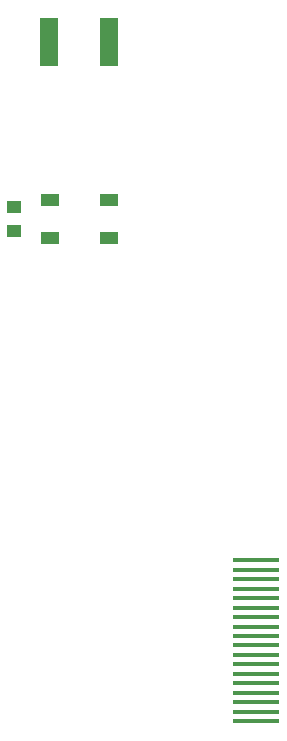
<source format=gbr>
G04 #@! TF.FileFunction,Paste,Bot*
%FSLAX46Y46*%
G04 Gerber Fmt 4.6, Leading zero omitted, Abs format (unit mm)*
G04 Created by KiCad (PCBNEW 4.0.7-e2-6376~61~ubuntu18.04.1) date Sat Jun  2 02:29:43 2018*
%MOMM*%
%LPD*%
G01*
G04 APERTURE LIST*
%ADD10C,0.100000*%
%ADD11R,4.000000X0.400000*%
%ADD12R,1.250000X1.000000*%
%ADD13R,1.524000X4.064000*%
%ADD14R,1.600000X1.000000*%
G04 APERTURE END LIST*
D10*
D11*
X162188000Y-85488000D03*
X162188000Y-86288000D03*
X162188000Y-87088000D03*
X162188000Y-87888000D03*
X162188000Y-88688000D03*
X162188000Y-89488000D03*
X162188000Y-90288000D03*
X162188000Y-91088000D03*
X162188000Y-91888000D03*
X162188000Y-92688000D03*
X162188000Y-93488000D03*
X162188000Y-94288000D03*
X162188000Y-95088000D03*
X162188000Y-95888000D03*
X162188000Y-96688000D03*
X162188000Y-97488000D03*
X162188000Y-98288000D03*
X162188000Y-99088000D03*
D12*
X141688000Y-57588000D03*
X141688000Y-55588000D03*
D13*
X149728000Y-41588000D03*
X144648000Y-41588000D03*
D14*
X149688000Y-55016800D03*
X149688000Y-58216800D03*
X144688000Y-55016800D03*
X144688000Y-58216800D03*
M02*

</source>
